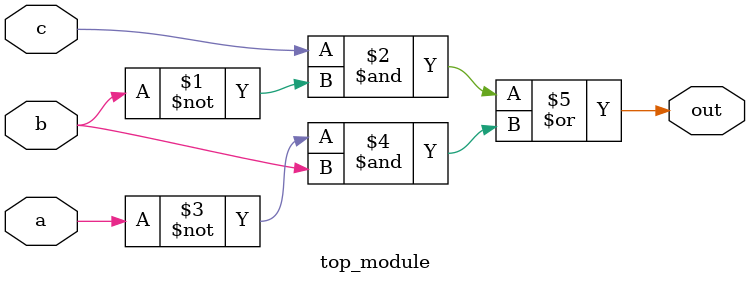
<source format=sv>
module top_module(
    input a,
    input b,
    input c,
    output out
);

assign out = (c & ~b) | (~a & b);

endmodule

</source>
